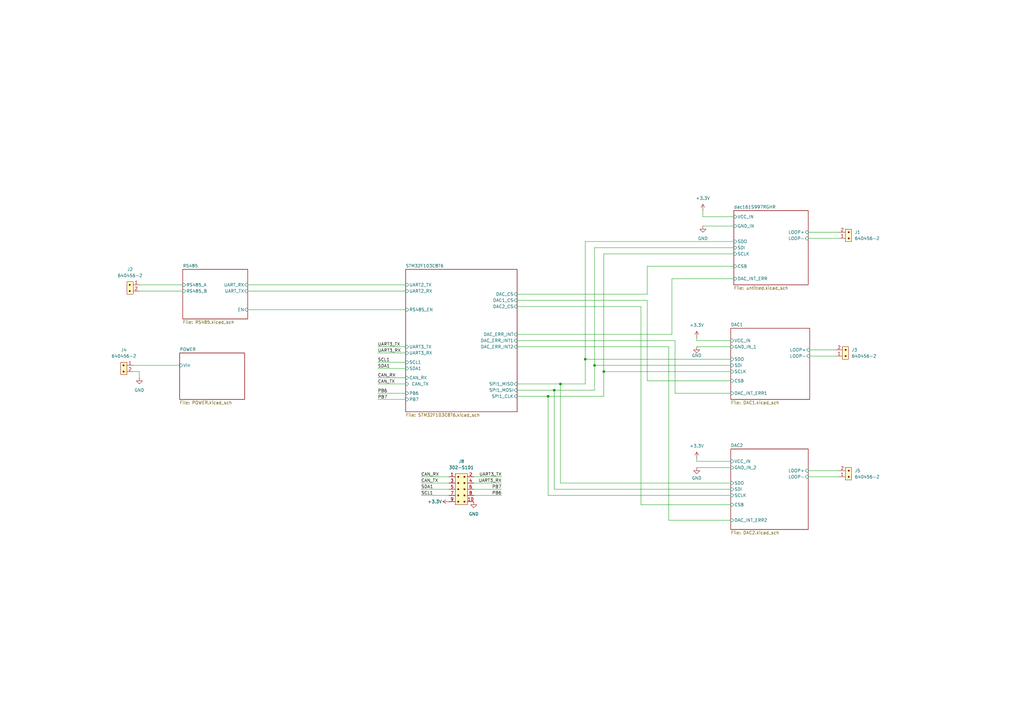
<source format=kicad_sch>
(kicad_sch (version 20231120) (generator "eeschema") (generator_version "8.0")
  (paper "A3")
  (title_block (company "Hidro Elektronik"))
  (lib_symbols
    (symbol "dk_Rectangular-Connectors-Headers-Male-Pins:302-S101" (pin_names (offset 1.016))
      (property "Reference" "J" (at -2.54 7.62 0))
      (property "Value" "302-S101" (at 0 -7.62 0))
      (symbol "302-S101_1_1"
        (rectangle (start -2.54 6.35) (end 2.54 -6.35) (fill (type background)))
        (rectangle (start -1.524 -4.826) (end -1.016 -5.334) (fill (type outline)))
        (rectangle (start -1.524 -2.286) (end -1.016 -2.794) (fill (type outline)))
        (rectangle (start -1.524 0.254) (end -1.016 -0.254) (fill (type outline)))
        (rectangle (start -1.524 2.794) (end -1.016 2.286) (fill (type outline)))
        (rectangle (start -1.524 5.334) (end -1.016 4.826) (fill (type outline)))
        (rectangle (start 1.016 -4.826) (end 1.524 -5.334) (fill (type outline)))
        (rectangle (start 1.016 -2.286) (end 1.524 -2.794) (fill (type outline)))
        (rectangle (start 1.016 0.254) (end 1.524 -0.254) (fill (type outline)))
        (rectangle (start 1.016 2.794) (end 1.524 2.286) (fill (type outline)))
        (rectangle (start 1.016 5.334) (end 1.524 4.826) (fill (type outline)))
        (pin passive line (at -5.08 5.08 0) (length 2.54) (name "~") (number "1"))
        (pin passive line (at 5.08 -5.08 180) (length 2.54) (name "~") (number "10"))
        (pin passive line (at 5.08 5.08 180) (length 2.54) (name "~") (number "2"))
        (pin passive line (at -5.08 2.54 0) (length 2.54) (name "~") (number "3"))
        (pin passive line (at 5.08 2.54 180) (length 2.54) (name "~") (number "4"))
        (pin passive line (at -5.08 0 0) (length 2.54) (name "~") (number "5"))
        (pin passive line (at 5.08 0 180) (length 2.54) (name "~") (number "6"))
        (pin passive line (at -5.08 -2.54 0) (length 2.54) (name "~") (number "7"))
        (pin passive line (at 5.08 -2.54 180) (length 2.54) (name "~") (number "8"))
        (pin passive line (at -5.08 -5.08 0) (length 2.54) (name "~") (number "9"))
      )
    )
    (symbol "dk_Rectangular-Connectors-Headers-Male-Pins:640456-2" (pin_names (offset 1.016))
      (property "Reference" "J" (at -2.54 1.27 0))
      (property "Value" "640456-2" (at 1.27 -3.81 0))
      (symbol "640456-2_1_1"
        (rectangle (start -1.27 0) (end 3.81 -2.54) (fill (type background)))
        (rectangle (start -0.254 -1.143) (end 0.254 -1.651) (fill (type outline)))
        (rectangle (start 2.286 -1.143) (end 2.794 -1.651) (fill (type outline)))
        (pin passive line (at 0 2.54 270) (length 2.54) (name "~") (number "1"))
        (pin passive line (at 2.54 2.54 270) (length 2.54) (name "~") (number "2"))
      )
    )
    (symbol "power:+3.3V" (power) (pin_numbers hide) (pin_names (offset 0) hide)
      (property "Value" "+3.3V" (at 0 3.556 0))
      (symbol "+3.3V_0_1"
        (polyline (pts (xy -0.762 1.27) (xy 0 2.54)))
        (polyline (pts (xy 0 0) (xy 0 2.54)))
        (polyline (pts (xy 0 2.54) (xy 0.762 1.27)))
      )
      (symbol "+3.3V_1_1"
        (pin power_in line (at 0 0 90) (length 0) (name "~") (number "1"))
      )
    )
    (symbol "power:GND" (power) (pin_numbers hide) (pin_names (offset 0) hide)
      (property "Value" "GND" (at 0 -3.81 0))
      (symbol "GND_0_1"
        (polyline (pts (xy 0 0) (xy 0 -1.27) (xy 1.27 -1.27) (xy 0 -2.54) (xy -1.27 -1.27) (xy 0 -1.27)))
      )
      (symbol "GND_1_1"
        (pin power_in line (at 0 0 270) (length 0) (name "~") (number "1"))
      )
    )
  )
  (junction (at 243.84 149.86))
  (junction (at 227.33 160.02))
  (junction (at 247.65 152.4))
  (junction (at 224.79 162.56))
  (junction (at 229.87 157.48))
  (junction (at 240.03 147.32))
  (wire (pts (xy 288.29 86.36) (xy 288.29 88.9)))
  (wire (pts (xy 243.84 149.86) (xy 299.72 149.86)))
  (wire (pts (xy 57.15 152.4) (xy 54.61 152.4)))
  (wire (pts (xy 332.105 146.05) (xy 342.9 146.05)))
  (wire (pts (xy 229.87 157.48) (xy 212.09 157.48)))
  (wire (pts (xy 275.59 114.3) (xy 275.59 137.16)))
  (wire (pts (xy 247.65 104.14) (xy 247.65 152.4)))
  (wire (pts (xy 288.29 92.71) (xy 300.99 92.71)))
  (wire (pts (xy 247.65 152.4) (xy 247.65 162.56)))
  (wire (pts (xy 243.84 101.6) (xy 243.84 149.86)))
  (wire (pts (xy 240.03 99.06) (xy 240.03 147.32)))
  (wire (pts (xy 299.72 198.12) (xy 229.87 198.12)))
  (wire (pts (xy 247.65 152.4) (xy 299.72 152.4)))
  (wire (pts (xy 331.47 97.79) (xy 344.17 97.79)))
  (wire (pts (xy 212.09 123.19) (xy 265.43 123.19)))
  (wire (pts (xy 265.43 156.21) (xy 299.72 156.21)))
  (wire (pts (xy 212.09 142.24) (xy 274.32 142.24)))
  (wire (pts (xy 274.32 142.24) (xy 274.32 213.36)))
  (wire (pts (xy 331.47 195.58) (xy 344.17 195.58)))
  (wire (pts (xy 299.72 200.66) (xy 227.33 200.66)))
  (wire (pts (xy 240.03 147.32) (xy 240.03 157.48)))
  (wire (pts (xy 285.75 138.43) (xy 285.75 139.7)))
  (wire (pts (xy 300.99 101.6) (xy 243.84 101.6)))
  (wire (pts (xy 154.94 161.29) (xy 166.37 161.29)))
  (wire (pts (xy 154.94 151.13) (xy 166.37 151.13)))
  (wire (pts (xy 265.43 120.65) (xy 265.43 109.22)))
  (wire (pts (xy 57.15 116.84) (xy 74.93 116.84)))
  (wire (pts (xy 227.33 200.66) (xy 227.33 160.02)))
  (wire (pts (xy 243.84 160.02) (xy 227.33 160.02)))
  (wire (pts (xy 205.74 200.66) (xy 194.31 200.66)))
  (wire (pts (xy 300.99 114.3) (xy 275.59 114.3)))
  (wire (pts (xy 240.03 147.32) (xy 299.72 147.32)))
  (wire (pts (xy 285.75 139.7) (xy 299.72 139.7)))
  (wire (pts (xy 265.43 123.19) (xy 265.43 156.21)))
  (wire (pts (xy 262.89 125.73) (xy 262.89 207.01)))
  (wire (pts (xy 262.89 207.01) (xy 299.72 207.01)))
  (wire (pts (xy 154.94 163.83) (xy 166.37 163.83)))
  (wire (pts (xy 274.32 213.36) (xy 299.72 213.36)))
  (wire (pts (xy 243.84 149.86) (xy 243.84 160.02)))
  (wire (pts (xy 331.47 193.04) (xy 344.17 193.04)))
  (wire (pts (xy 154.94 148.59) (xy 166.37 148.59)))
  (wire (pts (xy 172.72 198.12) (xy 184.15 198.12)))
  (wire (pts (xy 57.15 119.38) (xy 74.93 119.38)))
  (wire (pts (xy 101.6 119.38) (xy 166.37 119.38)))
  (wire (pts (xy 227.33 160.02) (xy 212.09 160.02)))
  (wire (pts (xy 276.86 139.7) (xy 276.86 161.29)))
  (wire (pts (xy 54.61 149.86) (xy 73.66 149.86)))
  (wire (pts (xy 288.29 88.9) (xy 300.99 88.9)))
  (wire (pts (xy 101.6 116.84) (xy 166.37 116.84)))
  (wire (pts (xy 331.47 95.25) (xy 344.17 95.25)))
  (wire (pts (xy 224.79 162.56) (xy 212.09 162.56)))
  (wire (pts (xy 154.94 157.48) (xy 166.37 157.48)))
  (wire (pts (xy 212.09 139.7) (xy 276.86 139.7)))
  (wire (pts (xy 300.99 99.06) (xy 240.03 99.06)))
  (wire (pts (xy 101.6 127) (xy 166.37 127)))
  (wire (pts (xy 265.43 109.22) (xy 300.99 109.22)))
  (wire (pts (xy 212.09 125.73) (xy 262.89 125.73)))
  (wire (pts (xy 205.74 195.58) (xy 194.31 195.58)))
  (wire (pts (xy 229.87 198.12) (xy 229.87 157.48)))
  (wire (pts (xy 172.72 203.2) (xy 184.15 203.2)))
  (wire (pts (xy 285.75 191.77) (xy 299.72 191.77)))
  (wire (pts (xy 205.74 203.2) (xy 194.31 203.2)))
  (wire (pts (xy 285.75 187.96) (xy 285.75 189.23)))
  (wire (pts (xy 299.72 203.2) (xy 224.79 203.2)))
  (wire (pts (xy 275.59 137.16) (xy 212.09 137.16)))
  (wire (pts (xy 285.75 189.23) (xy 299.72 189.23)))
  (wire (pts (xy 240.03 157.48) (xy 229.87 157.48)))
  (wire (pts (xy 154.94 154.94) (xy 166.37 154.94)))
  (wire (pts (xy 276.86 161.29) (xy 299.72 161.29)))
  (wire (pts (xy 247.65 104.14) (xy 300.99 104.14)))
  (wire (pts (xy 224.79 203.2) (xy 224.79 162.56)))
  (wire (pts (xy 247.65 162.56) (xy 224.79 162.56)))
  (wire (pts (xy 57.15 154.94) (xy 57.15 152.4)))
  (wire (pts (xy 172.72 195.58) (xy 184.15 195.58)))
  (wire (pts (xy 212.09 120.65) (xy 265.43 120.65)))
  (wire (pts (xy 332.105 143.51) (xy 342.9 143.51)))
  (wire (pts (xy 205.74 198.12) (xy 194.31 198.12)))
  (wire (pts (xy 172.72 200.66) (xy 184.15 200.66)))
  (wire (pts (xy 285.75 142.24) (xy 299.72 142.24)))
  (wire (pts (xy 154.94 144.78) (xy 166.37 144.78)))
  (wire (pts (xy 154.94 142.24) (xy 166.37 142.24)))
  (label "UART3_RX" (at 154.94 144.78 0))
  (label "CAN_TX" (at 154.94 157.48 0))
  (label "UART3_TX" (at 154.94 142.24 0))
  (label "PB7" (at 154.94 163.83 0))
  (label "CAN_RX" (at 172.72 195.58 0))
  (label "UART3_RX" (at 205.74 198.12 180))
  (label "SCL1" (at 172.72 203.2 0))
  (label "PB6" (at 154.94 161.29 0))
  (label "SCL1" (at 154.94 148.59 0))
  (label "SDA1" (at 154.94 151.13 0))
  (label "PB7" (at 205.74 200.66 180))
  (label "UART3_TX" (at 205.74 195.58 180))
  (label "PB6" (at 205.74 203.2 180))
  (label "CAN_TX" (at 172.72 198.12 0))
  (label "SDA1" (at 172.72 200.66 0))
  (label "CAN_RX" (at 154.94 154.94 0))
  (symbol (lib_id "power:+3.3V") (at 285.75 187.96 0) (unit 1)
    (property "Reference" "#PWR06" (effects (hide yes)))
    (property "Value" "+3.3V" (at 285.75 182.88 0))
    (property "Description" "Power symbol creates a global label with name \"+3.3V\"" (effects (hide yes)))
  )
  (symbol (lib_id "dk_Rectangular-Connectors-Headers-Male-Pins:640456-2") (at 52.07 149.86 270) (unit 1)
    (property "Reference" "J4" (at 50.8 143.51 90))
    (property "Value" "640456-2" (at 50.8 146.05 90))
    (property "Footprint" "TerminalBlock_MetzConnect:TerminalBlock_MetzConnect_Type101_RT01602HBWC_1x02_P5.08mm_Horizontal" (effects (hide yes)))
    (property "Datasheet" "https://www.te.com/commerce/DocumentDelivery/DDEController?Action=srchrtrv&DocNm=640456&DocType=Customer+Drawing&DocLang=English" (effects (hide yes)))
    (property "Description" "CONN HEADER VERT 2POS 2.54MM" (effects (hide yes)))
    (property "Digi-Key_PN" "A1921-ND" (effects (hide yes)))
    (property "MPN" "640456-2" (effects (hide yes)))
    (property "Category" "Connectors, Interconnects" (effects (hide yes)))
    (property "Family" "Rectangular Connectors - Headers, Male Pins" (effects (hide yes)))
    (property "DK_Datasheet_Link" "https://www.te.com/commerce/DocumentDelivery/DDEController?Action=srchrtrv&DocNm=640456&DocType=Customer+Drawing&DocLang=English" (effects (hide yes)))
    (property "DK_Detail_Page" "/product-detail/en/te-connectivity-amp-connectors/640456-2/A1921-ND/109003" (effects (hide yes)))
    (property "Description_1" "CONN HEADER VERT 2POS 2.54MM" (effects (hide yes)))
    (property "Manufacturer" "TE Connectivity AMP Connectors" (effects (hide yes)))
    (property "Status" "Active" (effects (hide yes)))
    (property "DIGIKEY" "A113320-ND" (effects (hide yes)))
    (property "DigiKey" "A113320-ND" (effects (hide yes)))
  )
  (symbol (lib_id "dk_Rectangular-Connectors-Headers-Male-Pins:640456-2") (at 346.71 97.79 90) (unit 1)
    (property "Reference" "J1" (at 350.52 95.2499 90) (effects (justify right)))
    (property "Value" "640456-2" (at 350.52 97.7899 90) (effects (justify right)))
    (property "Footprint" "TerminalBlock_MetzConnect:TerminalBlock_MetzConnect_Type101_RT01602HBWC_1x02_P5.08mm_Horizontal" (effects (hide yes)))
    (property "Datasheet" "https://www.te.com/commerce/DocumentDelivery/DDEController?Action=srchrtrv&DocNm=640456&DocType=Customer+Drawing&DocLang=English" (effects (hide yes)))
    (property "Description" "CONN HEADER VERT 2POS 2.54MM" (effects (hide yes)))
    (property "Digi-Key_PN" "A1921-ND" (effects (hide yes)))
    (property "MPN" "640456-2" (effects (hide yes)))
    (property "Category" "Connectors, Interconnects" (effects (hide yes)))
    (property "Family" "Rectangular Connectors - Headers, Male Pins" (effects (hide yes)))
    (property "DK_Datasheet_Link" "https://www.te.com/commerce/DocumentDelivery/DDEController?Action=srchrtrv&DocNm=640456&DocType=Customer+Drawing&DocLang=English" (effects (hide yes)))
    (property "DK_Detail_Page" "/product-detail/en/te-connectivity-amp-connectors/640456-2/A1921-ND/109003" (effects (hide yes)))
    (property "Description_1" "CONN HEADER VERT 2POS 2.54MM" (effects (hide yes)))
    (property "Manufacturer" "TE Connectivity AMP Connectors" (effects (hide yes)))
    (property "Status" "Active" (effects (hide yes)))
    (property "DIGIKEY" "A113320-ND" (effects (hide yes)))
    (property "DigiKey" "A113320-ND" (effects (hide yes)))
  )
  (symbol (lib_id "power:GND") (at 194.31 205.74 0) (unit 1)
    (property "Reference" "#PWR011" (effects (hide yes)))
    (property "Value" "GND" (at 194.31 210.82 0))
    (property "Description" "Power symbol creates a global label with name \"GND\" , ground" (effects (hide yes)))
  )
  (symbol (lib_id "dk_Rectangular-Connectors-Headers-Male-Pins:640456-2") (at 54.61 116.84 270) (unit 1)
    (property "Reference" "J2" (at 53.34 110.49 90))
    (property "Value" "640456-2" (at 53.34 113.03 90))
    (property "Footprint" "TerminalBlock_MetzConnect:TerminalBlock_MetzConnect_Type101_RT01602HBWC_1x02_P5.08mm_Horizontal" (effects (hide yes)))
    (property "Datasheet" "https://www.te.com/commerce/DocumentDelivery/DDEController?Action=srchrtrv&DocNm=640456&DocType=Customer+Drawing&DocLang=English" (effects (hide yes)))
    (property "Description" "CONN HEADER VERT 2POS 2.54MM" (effects (hide yes)))
    (property "Digi-Key_PN" "A1921-ND" (effects (hide yes)))
    (property "MPN" "640456-2" (effects (hide yes)))
    (property "Category" "Connectors, Interconnects" (effects (hide yes)))
    (property "Family" "Rectangular Connectors - Headers, Male Pins" (effects (hide yes)))
    (property "DK_Datasheet_Link" "https://www.te.com/commerce/DocumentDelivery/DDEController?Action=srchrtrv&DocNm=640456&DocType=Customer+Drawing&DocLang=English" (effects (hide yes)))
    (property "DK_Detail_Page" "/product-detail/en/te-connectivity-amp-connectors/640456-2/A1921-ND/109003" (effects (hide yes)))
    (property "Description_1" "CONN HEADER VERT 2POS 2.54MM" (effects (hide yes)))
    (property "Manufacturer" "TE Connectivity AMP Connectors" (effects (hide yes)))
    (property "Status" "Active" (effects (hide yes)))
    (property "DIGIKEY" "A113320-ND" (effects (hide yes)))
    (property "DigiKey" "A113320-ND" (effects (hide yes)))
  )
  (symbol (lib_id "power:GND") (at 285.75 142.24 0) (unit 1)
    (property "Reference" "#PWR04" (effects (hide yes)))
    (property "Value" "GND" (at 285.75 145.796 0))
    (property "Description" "Power symbol creates a global label with name \"GND\" , ground" (effects (hide yes)))
  )
  (symbol (lib_id "power:GND") (at 57.15 154.94 0) (unit 1)
    (property "Reference" "#PWR05" (effects (hide yes)))
    (property "Value" "GND" (at 57.15 160.02 0))
    (property "Description" "Power symbol creates a global label with name \"GND\" , ground" (effects (hide yes)))
  )
  (symbol (lib_id "power:+3.3V") (at 288.29 86.36 0) (unit 1)
    (property "Reference" "#PWR01" (effects (hide yes)))
    (property "Value" "+3.3V" (at 288.29 81.28 0))
    (property "Description" "Power symbol creates a global label with name \"+3.3V\"" (effects (hide yes)))
  )
  (symbol (lib_id "dk_Rectangular-Connectors-Headers-Male-Pins:302-S101") (at 189.23 200.66 0) (unit 1)
    (property "Reference" "J8" (at 189.23 189.23 0))
    (property "Value" "302-S101" (at 189.23 191.77 0))
    (property "Footprint" "digikey-footprints:PinHeader_2x5_P2.54mm_Drill1.2mm" (effects (hide yes)))
    (property "Datasheet" "http://www.on-shore.com/wp-content/uploads/2018/04/302-SXX1.pdf" (effects (hide yes)))
    (property "Description" "CONN HEADER VERT 10POS 2.54MM" (effects (hide yes)))
    (property "DigiKey" "ED1543-ND" (effects (hide yes)))
    (property "MPN" "302-S101" (effects (hide yes)))
    (property "Category" "Connectors, Interconnects" (effects (hide yes)))
    (property "Family" "Rectangular Connectors - Headers, Male Pins" (effects (hide yes)))
    (property "DK_Datasheet_Link" "http://www.on-shore.com/wp-content/uploads/2018/04/302-SXX1.pdf" (effects (hide yes)))
    (property "DK_Detail_Page" "/product-detail/en/on-shore-technology-inc/302-S101/ED1543-ND/2178422" (effects (hide yes)))
    (property "Description_1" "CONN HEADER VERT 10POS 2.54MM" (effects (hide yes)))
    (property "Manufacturer" "On Shore Technology Inc." (effects (hide yes)))
    (property "Status" "Active" (effects (hide yes)))
  )
  (symbol (lib_id "power:GND") (at 288.29 92.71 0) (unit 1)
    (property "Reference" "#PWR02" (effects (hide yes)))
    (property "Value" "GND" (at 288.29 97.79 0))
    (property "Description" "Power symbol creates a global label with name \"GND\" , ground" (effects (hide yes)))
  )
  (symbol (lib_id "power:+3.3V") (at 184.15 205.74 90) (unit 1)
    (property "Reference" "#PWR012" (effects (hide yes)))
    (property "Value" "+3.3V" (at 178.308 205.74 90))
  )
  (symbol (lib_id "power:GND") (at 285.75 191.77 0) (unit 1)
    (property "Reference" "#PWR07" (effects (hide yes)))
    (property "Value" "GND" (at 285.75 196.088 0))
    (property "Description" "Power symbol creates a global label with name \"GND\" , ground" (effects (hide yes)))
  )
  (symbol (lib_id "dk_Rectangular-Connectors-Headers-Male-Pins:640456-2") (at 345.44 146.05 90) (unit 1)
    (property "Reference" "J3" (at 349.25 143.5099 90) (effects (justify right)))
    (property "Value" "640456-2" (at 349.25 146.0499 90) (effects (justify right)))
    (property "Footprint" "TerminalBlock_MetzConnect:TerminalBlock_MetzConnect_Type101_RT01602HBWC_1x02_P5.08mm_Horizontal" (effects (hide yes)))
    (property "Datasheet" "https://www.te.com/commerce/DocumentDelivery/DDEController?Action=srchrtrv&DocNm=640456&DocType=Customer+Drawing&DocLang=English" (effects (hide yes)))
    (property "Description" "CONN HEADER VERT 2POS 2.54MM" (effects (hide yes)))
    (property "Digi-Key_PN" "A1921-ND" (effects (hide yes)))
    (property "MPN" "640456-2" (effects (hide yes)))
    (property "Category" "Connectors, Interconnects" (effects (hide yes)))
    (property "Family" "Rectangular Connectors - Headers, Male Pins" (effects (hide yes)))
    (property "DK_Datasheet_Link" "https://www.te.com/commerce/DocumentDelivery/DDEController?Action=srchrtrv&DocNm=640456&DocType=Customer+Drawing&DocLang=English" (effects (hide yes)))
    (property "DK_Detail_Page" "/product-detail/en/te-connectivity-amp-connectors/640456-2/A1921-ND/109003" (effects (hide yes)))
    (property "Description_1" "CONN HEADER VERT 2POS 2.54MM" (effects (hide yes)))
    (property "Manufacturer" "TE Connectivity AMP Connectors" (effects (hide yes)))
    (property "Status" "Active" (effects (hide yes)))
    (property "DIGIKEY" "A113320-ND" (effects (hide yes)))
    (property "DigiKey" "A113320-ND" (effects (hide yes)))
  )
  (symbol (lib_id "dk_Rectangular-Connectors-Headers-Male-Pins:640456-2") (at 346.71 195.58 90) (unit 1)
    (property "Reference" "J5" (at 350.52 193.0399 90) (effects (justify right)))
    (property "Value" "640456-2" (at 350.52 195.5799 90) (effects (justify right)))
    (property "Footprint" "TerminalBlock_MetzConnect:TerminalBlock_MetzConnect_Type101_RT01602HBWC_1x02_P5.08mm_Horizontal" (effects (hide yes)))
    (property "Datasheet" "https://www.te.com/commerce/DocumentDelivery/DDEController?Action=srchrtrv&DocNm=640456&DocType=Customer+Drawing&DocLang=English" (effects (hide yes)))
    (property "Description" "CONN HEADER VERT 2POS 2.54MM" (effects (hide yes)))
    (property "Digi-Key_PN" "A1921-ND" (effects (hide yes)))
    (property "MPN" "640456-2" (effects (hide yes)))
    (property "Category" "Connectors, Interconnects" (effects (hide yes)))
    (property "Family" "Rectangular Connectors - Headers, Male Pins" (effects (hide yes)))
    (property "DK_Datasheet_Link" "https://www.te.com/commerce/DocumentDelivery/DDEController?Action=srchrtrv&DocNm=640456&DocType=Customer+Drawing&DocLang=English" (effects (hide yes)))
    (property "DK_Detail_Page" "/product-detail/en/te-connectivity-amp-connectors/640456-2/A1921-ND/109003" (effects (hide yes)))
    (property "Description_1" "CONN HEADER VERT 2POS 2.54MM" (effects (hide yes)))
    (property "Manufacturer" "TE Connectivity AMP Connectors" (effects (hide yes)))
    (property "Status" "Active" (effects (hide yes)))
    (property "DIGIKEY" "A113320-ND" (effects (hide yes)))
    (property "DigiKey" "A113320-ND" (effects (hide yes)))
  )
  (symbol (lib_id "power:+3.3V") (at 285.75 138.43 0) (unit 1)
    (property "Reference" "#PWR03" (effects (hide yes)))
    (property "Value" "+3.3V" (at 285.75 133.35 0))
    (property "Description" "Power symbol creates a global label with name \"+3.3V\"" (effects (hide yes)))
  )
  (sheet (at 299.72 184.15) (size 31.75 33.02) (stroke (width 0.1524))
    (property "Sheetname" "DAC2" (at 299.72 183.4384 0) (effects (justify left bottom)))
    (property "Sheetfile" "DAC2.kicad_sch" (at 299.72 217.7546 0) (effects (justify left top)))
    (pin "LOOP+" input (at 331.47 193.04 0))
    (pin "LOOP-" input (at 331.47 195.58 0))
    (pin "VCC_IN" input (at 299.72 189.23 180))
    (pin "CSB" input (at 299.72 207.01 180))
    (pin "SCLK" input (at 299.72 203.2 180))
    (pin "SDO" input (at 299.72 198.12 180))
    (pin "SDI" input (at 299.72 200.66 180))
    (pin "DAC_INT_ERR2" input (at 299.72 213.36 180))
    (pin "GND_IN_2" input (at 299.72 191.77 180))
  )
  (sheet (at 299.72 134.62) (size 32.385 29.21) (stroke (width 0.1524))
    (property "Sheetname" "DAC1" (at 299.72 133.9084 0) (effects (justify left bottom)))
    (property "Sheetfile" "DAC1.kicad_sch" (at 299.72 164.4146 0) (effects (justify left top)))
    (pin "SDO" input (at 299.72 147.32 180))
    (pin "CSB" input (at 299.72 156.21 180))
    (pin "SCLK" input (at 299.72 152.4 180))
    (pin "LOOP+" input (at 332.105 143.51 0))
    (pin "LOOP-" input (at 332.105 146.05 0))
    (pin "VCC_IN" input (at 299.72 139.7 180))
    (pin "SDI" input (at 299.72 149.86 180))
    (pin "DAC_INT_ERR1" input (at 299.72 161.29 180))
    (pin "GND_IN_1" input (at 299.72 142.24 180))
  )
  (sheet (at 74.93 110.49) (size 26.67 20.32) (stroke (width 0.1524))
    (property "Sheetname" "RS485" (at 74.93 109.7784 0) (effects (justify left bottom)))
    (property "Sheetfile" "RS485.kicad_sch" (at 74.93 131.3946 0) (effects (justify left top)))
    (pin "UART_RX" input (at 101.6 116.84 0))
    (pin "EN" input (at 101.6 127 0))
    (pin "UART_TX" input (at 101.6 119.38 0))
    (pin "RS485_A" input (at 74.93 116.84 180))
    (pin "RS485_B" input (at 74.93 119.38 180))
  )
  (sheet (at 300.99 86.36) (size 30.48 30.48) (stroke (width 0.1524))
    (property "Sheetname" "dac161S997RGHR" (at 300.99 85.6484 0) (effects (justify left bottom)))
    (property "Sheetfile" "untitled.kicad_sch" (at 300.99 117.4246 0) (effects (justify left top)))
    (pin "LOOP+" input (at 331.47 95.25 0))
    (pin "LOOP-" input (at 331.47 97.79 0))
    (pin "VCC_IN" input (at 300.99 88.9 180))
    (pin "SDO" input (at 300.99 99.06 180))
    (pin "CSB" input (at 300.99 109.22 180))
    (pin "SCLK" input (at 300.99 104.14 180))
    (pin "SDI" input (at 300.99 101.6 180))
    (pin "DAC_INT_ERR" input (at 300.99 114.3 180))
    (pin "GND_IN" input (at 300.99 92.71 180))
  )
  (sheet (at 73.66 144.78) (size 26.67 19.05) (stroke (width 0.1524))
    (property "Sheetname" "POWER" (at 73.66 144.0684 0) (effects (justify left bottom)))
    (property "Sheetfile" "POWER.kicad_sch" (at 73.66 164.4146 0) (effects (justify left top)))
    (pin "Vin" input (at 73.66 149.86 180))
  )
  (sheet (at 166.37 110.49) (size 45.72 58.42) (stroke (width 0.1524))
    (property "Sheetname" "STM32F103C8T6" (at 166.37 109.7784 0) (effects (justify left bottom)))
    (property "Sheetfile" "STM32F103C8T6.kicad_sch" (at 166.37 169.4946 0) (effects (justify left top)))
    (pin "SPI1_MOSI" input (at 212.09 160.02 0))
    (pin "SPI1_MISO" input (at 212.09 157.48 0))
    (pin "SPI1_CLK" input (at 212.09 162.56 0))
    (pin "DAC2_CS" input (at 212.09 125.73 0))
    (pin "DAC_CS" input (at 212.09 120.65 0))
    (pin "DAC1_CS" input (at 212.09 123.19 0))
    (pin "RS485_EN" input (at 166.37 127 180))
    (pin "DAC_ERR_INT" input (at 212.09 137.16 0))
    (pin "DAC_ERR_INT2" input (at 212.09 142.24 0))
    (pin "DAC_ERR_INT1" input (at 212.09 139.7 0))
    (pin "UART3_TX" input (at 166.37 142.24 180))
    (pin "UART3_RX" input (at 166.37 144.78 180))
    (pin "SCL1" input (at 166.37 148.59 180))
    (pin "SDA1" input (at 166.37 151.13 180))
    (pin "UART2_RX" input (at 166.37 119.38 180))
    (pin "UART2_TX" input (at 166.37 116.84 180))
    (pin "CAN_RX" input (at 166.37 154.94 180))
    (pin " CAN_TX" input (at 166.37 157.48 180))
    (pin "PB6" input (at 166.37 161.29 180))
    (pin "PB7" input (at 166.37 163.83 180))
  )
)
</source>
